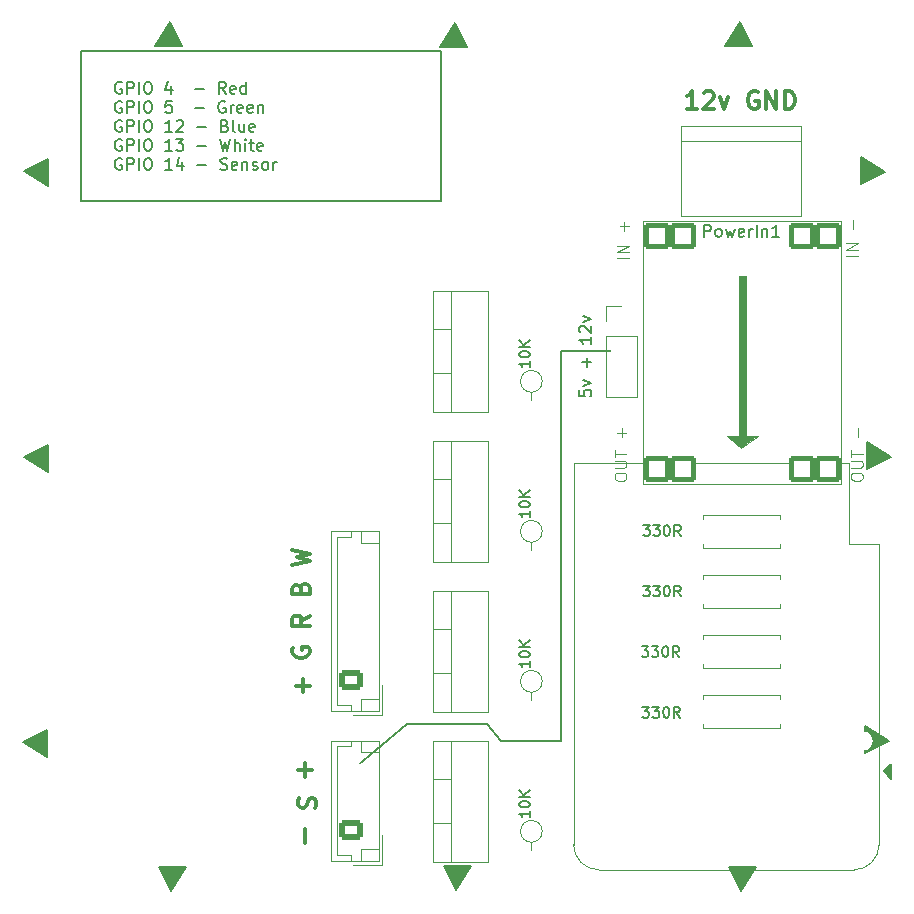
<source format=gto>
G04 #@! TF.GenerationSoftware,KiCad,Pcbnew,8.0.4*
G04 #@! TF.CreationDate,2024-09-06T18:50:31+02:00*
G04 #@! TF.ProjectId,rgb_controller,7267625f-636f-46e7-9472-6f6c6c65722e,rev?*
G04 #@! TF.SameCoordinates,Original*
G04 #@! TF.FileFunction,Legend,Top*
G04 #@! TF.FilePolarity,Positive*
%FSLAX46Y46*%
G04 Gerber Fmt 4.6, Leading zero omitted, Abs format (unit mm)*
G04 Created by KiCad (PCBNEW 8.0.4) date 2024-09-06 18:50:31*
%MOMM*%
%LPD*%
G01*
G04 APERTURE LIST*
G04 Aperture macros list*
%AMRoundRect*
0 Rectangle with rounded corners*
0 $1 Rounding radius*
0 $2 $3 $4 $5 $6 $7 $8 $9 X,Y pos of 4 corners*
0 Add a 4 corners polygon primitive as box body*
4,1,4,$2,$3,$4,$5,$6,$7,$8,$9,$2,$3,0*
0 Add four circle primitives for the rounded corners*
1,1,$1+$1,$2,$3*
1,1,$1+$1,$4,$5*
1,1,$1+$1,$6,$7*
1,1,$1+$1,$8,$9*
0 Add four rect primitives between the rounded corners*
20,1,$1+$1,$2,$3,$4,$5,0*
20,1,$1+$1,$4,$5,$6,$7,0*
20,1,$1+$1,$6,$7,$8,$9,0*
20,1,$1+$1,$8,$9,$2,$3,0*%
G04 Aperture macros list end*
%ADD10C,0.150000*%
%ADD11C,0.300000*%
%ADD12C,0.200000*%
%ADD13C,0.100000*%
%ADD14C,0.120000*%
%ADD15RoundRect,0.250000X0.725000X-0.600000X0.725000X0.600000X-0.725000X0.600000X-0.725000X-0.600000X0*%
%ADD16O,1.950000X1.700000*%
%ADD17R,2.000000X1.905000*%
%ADD18O,2.000000X1.905000*%
%ADD19C,1.400000*%
%ADD20O,1.400000X1.400000*%
%ADD21C,1.600000*%
%ADD22O,1.600000X1.600000*%
%ADD23R,2.000000X2.000000*%
%ADD24O,2.000000X1.600000*%
%ADD25R,3.000000X3.000000*%
%ADD26C,3.000000*%
%ADD27RoundRect,0.200000X0.900000X-0.900000X0.900000X0.900000X-0.900000X0.900000X-0.900000X-0.900000X0*%
%ADD28R,1.700000X1.700000*%
%ADD29O,1.700000X1.700000*%
G04 APERTURE END LIST*
D10*
X108456861Y-83444058D02*
X109014004Y-83444058D01*
X109014004Y-83444058D02*
X108714004Y-83786915D01*
X108714004Y-83786915D02*
X108842575Y-83786915D01*
X108842575Y-83786915D02*
X108928290Y-83829772D01*
X108928290Y-83829772D02*
X108971147Y-83872629D01*
X108971147Y-83872629D02*
X109014004Y-83958343D01*
X109014004Y-83958343D02*
X109014004Y-84172629D01*
X109014004Y-84172629D02*
X108971147Y-84258343D01*
X108971147Y-84258343D02*
X108928290Y-84301201D01*
X108928290Y-84301201D02*
X108842575Y-84344058D01*
X108842575Y-84344058D02*
X108585432Y-84344058D01*
X108585432Y-84344058D02*
X108499718Y-84301201D01*
X108499718Y-84301201D02*
X108456861Y-84258343D01*
X109314004Y-83444058D02*
X109871147Y-83444058D01*
X109871147Y-83444058D02*
X109571147Y-83786915D01*
X109571147Y-83786915D02*
X109699718Y-83786915D01*
X109699718Y-83786915D02*
X109785433Y-83829772D01*
X109785433Y-83829772D02*
X109828290Y-83872629D01*
X109828290Y-83872629D02*
X109871147Y-83958343D01*
X109871147Y-83958343D02*
X109871147Y-84172629D01*
X109871147Y-84172629D02*
X109828290Y-84258343D01*
X109828290Y-84258343D02*
X109785433Y-84301201D01*
X109785433Y-84301201D02*
X109699718Y-84344058D01*
X109699718Y-84344058D02*
X109442575Y-84344058D01*
X109442575Y-84344058D02*
X109356861Y-84301201D01*
X109356861Y-84301201D02*
X109314004Y-84258343D01*
X110428290Y-83444058D02*
X110514004Y-83444058D01*
X110514004Y-83444058D02*
X110599718Y-83486915D01*
X110599718Y-83486915D02*
X110642576Y-83529772D01*
X110642576Y-83529772D02*
X110685433Y-83615486D01*
X110685433Y-83615486D02*
X110728290Y-83786915D01*
X110728290Y-83786915D02*
X110728290Y-84001201D01*
X110728290Y-84001201D02*
X110685433Y-84172629D01*
X110685433Y-84172629D02*
X110642576Y-84258343D01*
X110642576Y-84258343D02*
X110599718Y-84301201D01*
X110599718Y-84301201D02*
X110514004Y-84344058D01*
X110514004Y-84344058D02*
X110428290Y-84344058D01*
X110428290Y-84344058D02*
X110342576Y-84301201D01*
X110342576Y-84301201D02*
X110299718Y-84258343D01*
X110299718Y-84258343D02*
X110256861Y-84172629D01*
X110256861Y-84172629D02*
X110214004Y-84001201D01*
X110214004Y-84001201D02*
X110214004Y-83786915D01*
X110214004Y-83786915D02*
X110256861Y-83615486D01*
X110256861Y-83615486D02*
X110299718Y-83529772D01*
X110299718Y-83529772D02*
X110342576Y-83486915D01*
X110342576Y-83486915D02*
X110428290Y-83444058D01*
X111628290Y-84344058D02*
X111328290Y-83915486D01*
X111114004Y-84344058D02*
X111114004Y-83444058D01*
X111114004Y-83444058D02*
X111456861Y-83444058D01*
X111456861Y-83444058D02*
X111542576Y-83486915D01*
X111542576Y-83486915D02*
X111585433Y-83529772D01*
X111585433Y-83529772D02*
X111628290Y-83615486D01*
X111628290Y-83615486D02*
X111628290Y-83744058D01*
X111628290Y-83744058D02*
X111585433Y-83829772D01*
X111585433Y-83829772D02*
X111542576Y-83872629D01*
X111542576Y-83872629D02*
X111456861Y-83915486D01*
X111456861Y-83915486D02*
X111114004Y-83915486D01*
X108391923Y-78313892D02*
X108949066Y-78313892D01*
X108949066Y-78313892D02*
X108649066Y-78656749D01*
X108649066Y-78656749D02*
X108777637Y-78656749D01*
X108777637Y-78656749D02*
X108863352Y-78699606D01*
X108863352Y-78699606D02*
X108906209Y-78742463D01*
X108906209Y-78742463D02*
X108949066Y-78828177D01*
X108949066Y-78828177D02*
X108949066Y-79042463D01*
X108949066Y-79042463D02*
X108906209Y-79128177D01*
X108906209Y-79128177D02*
X108863352Y-79171035D01*
X108863352Y-79171035D02*
X108777637Y-79213892D01*
X108777637Y-79213892D02*
X108520494Y-79213892D01*
X108520494Y-79213892D02*
X108434780Y-79171035D01*
X108434780Y-79171035D02*
X108391923Y-79128177D01*
X109249066Y-78313892D02*
X109806209Y-78313892D01*
X109806209Y-78313892D02*
X109506209Y-78656749D01*
X109506209Y-78656749D02*
X109634780Y-78656749D01*
X109634780Y-78656749D02*
X109720495Y-78699606D01*
X109720495Y-78699606D02*
X109763352Y-78742463D01*
X109763352Y-78742463D02*
X109806209Y-78828177D01*
X109806209Y-78828177D02*
X109806209Y-79042463D01*
X109806209Y-79042463D02*
X109763352Y-79128177D01*
X109763352Y-79128177D02*
X109720495Y-79171035D01*
X109720495Y-79171035D02*
X109634780Y-79213892D01*
X109634780Y-79213892D02*
X109377637Y-79213892D01*
X109377637Y-79213892D02*
X109291923Y-79171035D01*
X109291923Y-79171035D02*
X109249066Y-79128177D01*
X110363352Y-78313892D02*
X110449066Y-78313892D01*
X110449066Y-78313892D02*
X110534780Y-78356749D01*
X110534780Y-78356749D02*
X110577638Y-78399606D01*
X110577638Y-78399606D02*
X110620495Y-78485320D01*
X110620495Y-78485320D02*
X110663352Y-78656749D01*
X110663352Y-78656749D02*
X110663352Y-78871035D01*
X110663352Y-78871035D02*
X110620495Y-79042463D01*
X110620495Y-79042463D02*
X110577638Y-79128177D01*
X110577638Y-79128177D02*
X110534780Y-79171035D01*
X110534780Y-79171035D02*
X110449066Y-79213892D01*
X110449066Y-79213892D02*
X110363352Y-79213892D01*
X110363352Y-79213892D02*
X110277638Y-79171035D01*
X110277638Y-79171035D02*
X110234780Y-79128177D01*
X110234780Y-79128177D02*
X110191923Y-79042463D01*
X110191923Y-79042463D02*
X110149066Y-78871035D01*
X110149066Y-78871035D02*
X110149066Y-78656749D01*
X110149066Y-78656749D02*
X110191923Y-78485320D01*
X110191923Y-78485320D02*
X110234780Y-78399606D01*
X110234780Y-78399606D02*
X110277638Y-78356749D01*
X110277638Y-78356749D02*
X110363352Y-78313892D01*
X111563352Y-79213892D02*
X111263352Y-78785320D01*
X111049066Y-79213892D02*
X111049066Y-78313892D01*
X111049066Y-78313892D02*
X111391923Y-78313892D01*
X111391923Y-78313892D02*
X111477638Y-78356749D01*
X111477638Y-78356749D02*
X111520495Y-78399606D01*
X111520495Y-78399606D02*
X111563352Y-78485320D01*
X111563352Y-78485320D02*
X111563352Y-78613892D01*
X111563352Y-78613892D02*
X111520495Y-78699606D01*
X111520495Y-78699606D02*
X111477638Y-78742463D01*
X111477638Y-78742463D02*
X111391923Y-78785320D01*
X111391923Y-78785320D02*
X111049066Y-78785320D01*
X108521800Y-73183726D02*
X109078943Y-73183726D01*
X109078943Y-73183726D02*
X108778943Y-73526583D01*
X108778943Y-73526583D02*
X108907514Y-73526583D01*
X108907514Y-73526583D02*
X108993229Y-73569440D01*
X108993229Y-73569440D02*
X109036086Y-73612297D01*
X109036086Y-73612297D02*
X109078943Y-73698011D01*
X109078943Y-73698011D02*
X109078943Y-73912297D01*
X109078943Y-73912297D02*
X109036086Y-73998011D01*
X109036086Y-73998011D02*
X108993229Y-74040869D01*
X108993229Y-74040869D02*
X108907514Y-74083726D01*
X108907514Y-74083726D02*
X108650371Y-74083726D01*
X108650371Y-74083726D02*
X108564657Y-74040869D01*
X108564657Y-74040869D02*
X108521800Y-73998011D01*
X109378943Y-73183726D02*
X109936086Y-73183726D01*
X109936086Y-73183726D02*
X109636086Y-73526583D01*
X109636086Y-73526583D02*
X109764657Y-73526583D01*
X109764657Y-73526583D02*
X109850372Y-73569440D01*
X109850372Y-73569440D02*
X109893229Y-73612297D01*
X109893229Y-73612297D02*
X109936086Y-73698011D01*
X109936086Y-73698011D02*
X109936086Y-73912297D01*
X109936086Y-73912297D02*
X109893229Y-73998011D01*
X109893229Y-73998011D02*
X109850372Y-74040869D01*
X109850372Y-74040869D02*
X109764657Y-74083726D01*
X109764657Y-74083726D02*
X109507514Y-74083726D01*
X109507514Y-74083726D02*
X109421800Y-74040869D01*
X109421800Y-74040869D02*
X109378943Y-73998011D01*
X110493229Y-73183726D02*
X110578943Y-73183726D01*
X110578943Y-73183726D02*
X110664657Y-73226583D01*
X110664657Y-73226583D02*
X110707515Y-73269440D01*
X110707515Y-73269440D02*
X110750372Y-73355154D01*
X110750372Y-73355154D02*
X110793229Y-73526583D01*
X110793229Y-73526583D02*
X110793229Y-73740869D01*
X110793229Y-73740869D02*
X110750372Y-73912297D01*
X110750372Y-73912297D02*
X110707515Y-73998011D01*
X110707515Y-73998011D02*
X110664657Y-74040869D01*
X110664657Y-74040869D02*
X110578943Y-74083726D01*
X110578943Y-74083726D02*
X110493229Y-74083726D01*
X110493229Y-74083726D02*
X110407515Y-74040869D01*
X110407515Y-74040869D02*
X110364657Y-73998011D01*
X110364657Y-73998011D02*
X110321800Y-73912297D01*
X110321800Y-73912297D02*
X110278943Y-73740869D01*
X110278943Y-73740869D02*
X110278943Y-73526583D01*
X110278943Y-73526583D02*
X110321800Y-73355154D01*
X110321800Y-73355154D02*
X110364657Y-73269440D01*
X110364657Y-73269440D02*
X110407515Y-73226583D01*
X110407515Y-73226583D02*
X110493229Y-73183726D01*
X111693229Y-74083726D02*
X111393229Y-73655154D01*
X111178943Y-74083726D02*
X111178943Y-73183726D01*
X111178943Y-73183726D02*
X111521800Y-73183726D01*
X111521800Y-73183726D02*
X111607515Y-73226583D01*
X111607515Y-73226583D02*
X111650372Y-73269440D01*
X111650372Y-73269440D02*
X111693229Y-73355154D01*
X111693229Y-73355154D02*
X111693229Y-73483726D01*
X111693229Y-73483726D02*
X111650372Y-73569440D01*
X111650372Y-73569440D02*
X111607515Y-73612297D01*
X111607515Y-73612297D02*
X111521800Y-73655154D01*
X111521800Y-73655154D02*
X111178943Y-73655154D01*
X108521800Y-68053560D02*
X109078943Y-68053560D01*
X109078943Y-68053560D02*
X108778943Y-68396417D01*
X108778943Y-68396417D02*
X108907514Y-68396417D01*
X108907514Y-68396417D02*
X108993229Y-68439274D01*
X108993229Y-68439274D02*
X109036086Y-68482131D01*
X109036086Y-68482131D02*
X109078943Y-68567845D01*
X109078943Y-68567845D02*
X109078943Y-68782131D01*
X109078943Y-68782131D02*
X109036086Y-68867845D01*
X109036086Y-68867845D02*
X108993229Y-68910703D01*
X108993229Y-68910703D02*
X108907514Y-68953560D01*
X108907514Y-68953560D02*
X108650371Y-68953560D01*
X108650371Y-68953560D02*
X108564657Y-68910703D01*
X108564657Y-68910703D02*
X108521800Y-68867845D01*
X109378943Y-68053560D02*
X109936086Y-68053560D01*
X109936086Y-68053560D02*
X109636086Y-68396417D01*
X109636086Y-68396417D02*
X109764657Y-68396417D01*
X109764657Y-68396417D02*
X109850372Y-68439274D01*
X109850372Y-68439274D02*
X109893229Y-68482131D01*
X109893229Y-68482131D02*
X109936086Y-68567845D01*
X109936086Y-68567845D02*
X109936086Y-68782131D01*
X109936086Y-68782131D02*
X109893229Y-68867845D01*
X109893229Y-68867845D02*
X109850372Y-68910703D01*
X109850372Y-68910703D02*
X109764657Y-68953560D01*
X109764657Y-68953560D02*
X109507514Y-68953560D01*
X109507514Y-68953560D02*
X109421800Y-68910703D01*
X109421800Y-68910703D02*
X109378943Y-68867845D01*
X110493229Y-68053560D02*
X110578943Y-68053560D01*
X110578943Y-68053560D02*
X110664657Y-68096417D01*
X110664657Y-68096417D02*
X110707515Y-68139274D01*
X110707515Y-68139274D02*
X110750372Y-68224988D01*
X110750372Y-68224988D02*
X110793229Y-68396417D01*
X110793229Y-68396417D02*
X110793229Y-68610703D01*
X110793229Y-68610703D02*
X110750372Y-68782131D01*
X110750372Y-68782131D02*
X110707515Y-68867845D01*
X110707515Y-68867845D02*
X110664657Y-68910703D01*
X110664657Y-68910703D02*
X110578943Y-68953560D01*
X110578943Y-68953560D02*
X110493229Y-68953560D01*
X110493229Y-68953560D02*
X110407515Y-68910703D01*
X110407515Y-68910703D02*
X110364657Y-68867845D01*
X110364657Y-68867845D02*
X110321800Y-68782131D01*
X110321800Y-68782131D02*
X110278943Y-68610703D01*
X110278943Y-68610703D02*
X110278943Y-68396417D01*
X110278943Y-68396417D02*
X110321800Y-68224988D01*
X110321800Y-68224988D02*
X110364657Y-68139274D01*
X110364657Y-68139274D02*
X110407515Y-68096417D01*
X110407515Y-68096417D02*
X110493229Y-68053560D01*
X111693229Y-68953560D02*
X111393229Y-68524988D01*
X111178943Y-68953560D02*
X111178943Y-68053560D01*
X111178943Y-68053560D02*
X111521800Y-68053560D01*
X111521800Y-68053560D02*
X111607515Y-68096417D01*
X111607515Y-68096417D02*
X111650372Y-68139274D01*
X111650372Y-68139274D02*
X111693229Y-68224988D01*
X111693229Y-68224988D02*
X111693229Y-68353560D01*
X111693229Y-68353560D02*
X111650372Y-68439274D01*
X111650372Y-68439274D02*
X111607515Y-68482131D01*
X111607515Y-68482131D02*
X111521800Y-68524988D01*
X111521800Y-68524988D02*
X111178943Y-68524988D01*
X98942057Y-54175601D02*
X98942057Y-54689887D01*
X98942057Y-54432744D02*
X98042057Y-54432744D01*
X98042057Y-54432744D02*
X98170628Y-54518458D01*
X98170628Y-54518458D02*
X98256342Y-54604173D01*
X98256342Y-54604173D02*
X98299200Y-54689887D01*
X98042057Y-53618458D02*
X98042057Y-53532744D01*
X98042057Y-53532744D02*
X98084914Y-53447030D01*
X98084914Y-53447030D02*
X98127771Y-53404173D01*
X98127771Y-53404173D02*
X98213485Y-53361315D01*
X98213485Y-53361315D02*
X98384914Y-53318458D01*
X98384914Y-53318458D02*
X98599200Y-53318458D01*
X98599200Y-53318458D02*
X98770628Y-53361315D01*
X98770628Y-53361315D02*
X98856342Y-53404173D01*
X98856342Y-53404173D02*
X98899200Y-53447030D01*
X98899200Y-53447030D02*
X98942057Y-53532744D01*
X98942057Y-53532744D02*
X98942057Y-53618458D01*
X98942057Y-53618458D02*
X98899200Y-53704173D01*
X98899200Y-53704173D02*
X98856342Y-53747030D01*
X98856342Y-53747030D02*
X98770628Y-53789887D01*
X98770628Y-53789887D02*
X98599200Y-53832744D01*
X98599200Y-53832744D02*
X98384914Y-53832744D01*
X98384914Y-53832744D02*
X98213485Y-53789887D01*
X98213485Y-53789887D02*
X98127771Y-53747030D01*
X98127771Y-53747030D02*
X98084914Y-53704173D01*
X98084914Y-53704173D02*
X98042057Y-53618458D01*
X98942057Y-52932744D02*
X98042057Y-52932744D01*
X98942057Y-52418458D02*
X98427771Y-52804172D01*
X98042057Y-52418458D02*
X98556342Y-52932744D01*
X98942057Y-66875601D02*
X98942057Y-67389887D01*
X98942057Y-67132744D02*
X98042057Y-67132744D01*
X98042057Y-67132744D02*
X98170628Y-67218458D01*
X98170628Y-67218458D02*
X98256342Y-67304173D01*
X98256342Y-67304173D02*
X98299200Y-67389887D01*
X98042057Y-66318458D02*
X98042057Y-66232744D01*
X98042057Y-66232744D02*
X98084914Y-66147030D01*
X98084914Y-66147030D02*
X98127771Y-66104173D01*
X98127771Y-66104173D02*
X98213485Y-66061315D01*
X98213485Y-66061315D02*
X98384914Y-66018458D01*
X98384914Y-66018458D02*
X98599200Y-66018458D01*
X98599200Y-66018458D02*
X98770628Y-66061315D01*
X98770628Y-66061315D02*
X98856342Y-66104173D01*
X98856342Y-66104173D02*
X98899200Y-66147030D01*
X98899200Y-66147030D02*
X98942057Y-66232744D01*
X98942057Y-66232744D02*
X98942057Y-66318458D01*
X98942057Y-66318458D02*
X98899200Y-66404173D01*
X98899200Y-66404173D02*
X98856342Y-66447030D01*
X98856342Y-66447030D02*
X98770628Y-66489887D01*
X98770628Y-66489887D02*
X98599200Y-66532744D01*
X98599200Y-66532744D02*
X98384914Y-66532744D01*
X98384914Y-66532744D02*
X98213485Y-66489887D01*
X98213485Y-66489887D02*
X98127771Y-66447030D01*
X98127771Y-66447030D02*
X98084914Y-66404173D01*
X98084914Y-66404173D02*
X98042057Y-66318458D01*
X98942057Y-65632744D02*
X98042057Y-65632744D01*
X98942057Y-65118458D02*
X98427771Y-65504172D01*
X98042057Y-65118458D02*
X98556342Y-65632744D01*
X98942057Y-79575601D02*
X98942057Y-80089887D01*
X98942057Y-79832744D02*
X98042057Y-79832744D01*
X98042057Y-79832744D02*
X98170628Y-79918458D01*
X98170628Y-79918458D02*
X98256342Y-80004173D01*
X98256342Y-80004173D02*
X98299200Y-80089887D01*
X98042057Y-79018458D02*
X98042057Y-78932744D01*
X98042057Y-78932744D02*
X98084914Y-78847030D01*
X98084914Y-78847030D02*
X98127771Y-78804173D01*
X98127771Y-78804173D02*
X98213485Y-78761315D01*
X98213485Y-78761315D02*
X98384914Y-78718458D01*
X98384914Y-78718458D02*
X98599200Y-78718458D01*
X98599200Y-78718458D02*
X98770628Y-78761315D01*
X98770628Y-78761315D02*
X98856342Y-78804173D01*
X98856342Y-78804173D02*
X98899200Y-78847030D01*
X98899200Y-78847030D02*
X98942057Y-78932744D01*
X98942057Y-78932744D02*
X98942057Y-79018458D01*
X98942057Y-79018458D02*
X98899200Y-79104173D01*
X98899200Y-79104173D02*
X98856342Y-79147030D01*
X98856342Y-79147030D02*
X98770628Y-79189887D01*
X98770628Y-79189887D02*
X98599200Y-79232744D01*
X98599200Y-79232744D02*
X98384914Y-79232744D01*
X98384914Y-79232744D02*
X98213485Y-79189887D01*
X98213485Y-79189887D02*
X98127771Y-79147030D01*
X98127771Y-79147030D02*
X98084914Y-79104173D01*
X98084914Y-79104173D02*
X98042057Y-79018458D01*
X98942057Y-78332744D02*
X98042057Y-78332744D01*
X98942057Y-77818458D02*
X98427771Y-78204172D01*
X98042057Y-77818458D02*
X98556342Y-78332744D01*
X98942057Y-92275601D02*
X98942057Y-92789887D01*
X98942057Y-92532744D02*
X98042057Y-92532744D01*
X98042057Y-92532744D02*
X98170628Y-92618458D01*
X98170628Y-92618458D02*
X98256342Y-92704173D01*
X98256342Y-92704173D02*
X98299200Y-92789887D01*
X98042057Y-91718458D02*
X98042057Y-91632744D01*
X98042057Y-91632744D02*
X98084914Y-91547030D01*
X98084914Y-91547030D02*
X98127771Y-91504173D01*
X98127771Y-91504173D02*
X98213485Y-91461315D01*
X98213485Y-91461315D02*
X98384914Y-91418458D01*
X98384914Y-91418458D02*
X98599200Y-91418458D01*
X98599200Y-91418458D02*
X98770628Y-91461315D01*
X98770628Y-91461315D02*
X98856342Y-91504173D01*
X98856342Y-91504173D02*
X98899200Y-91547030D01*
X98899200Y-91547030D02*
X98942057Y-91632744D01*
X98942057Y-91632744D02*
X98942057Y-91718458D01*
X98942057Y-91718458D02*
X98899200Y-91804173D01*
X98899200Y-91804173D02*
X98856342Y-91847030D01*
X98856342Y-91847030D02*
X98770628Y-91889887D01*
X98770628Y-91889887D02*
X98599200Y-91932744D01*
X98599200Y-91932744D02*
X98384914Y-91932744D01*
X98384914Y-91932744D02*
X98213485Y-91889887D01*
X98213485Y-91889887D02*
X98127771Y-91847030D01*
X98127771Y-91847030D02*
X98084914Y-91804173D01*
X98084914Y-91804173D02*
X98042057Y-91718458D01*
X98942057Y-91032744D02*
X98042057Y-91032744D01*
X98942057Y-90518458D02*
X98427771Y-90904172D01*
X98042057Y-90518458D02*
X98556342Y-91032744D01*
X129515067Y-62250303D02*
X127474148Y-63271320D01*
X127460660Y-60977872D01*
X129515067Y-62250303D01*
G36*
X129515067Y-62250303D02*
G01*
X127474148Y-63271320D01*
X127460660Y-60977872D01*
X129515067Y-62250303D01*
G37*
X58161811Y-63558518D02*
X56107404Y-62286087D01*
X58148323Y-61265070D01*
X58161811Y-63558518D01*
G36*
X58161811Y-63558518D02*
G01*
X56107404Y-62286087D01*
X58148323Y-61265070D01*
X58161811Y-63558518D01*
G37*
X101600000Y-86360000D02*
X96520000Y-86360000D01*
X58121457Y-39326340D02*
X56067050Y-38053909D01*
X58107969Y-37032892D01*
X58121457Y-39326340D01*
G36*
X58121457Y-39326340D02*
G01*
X56067050Y-38053909D01*
X58107969Y-37032892D01*
X58121457Y-39326340D01*
G37*
X60960000Y-27940000D02*
X91440000Y-27940000D01*
X91440000Y-40640000D01*
X60960000Y-40640000D01*
X60960000Y-27940000D01*
X58045303Y-87704624D02*
X55990896Y-86432193D01*
X58031815Y-85411176D01*
X58045303Y-87704624D01*
G36*
X58045303Y-87704624D02*
G01*
X55990896Y-86432193D01*
X58031815Y-85411176D01*
X58045303Y-87704624D01*
G37*
X101600000Y-53340000D02*
X101600000Y-86360000D01*
X96520000Y-86360000D02*
X95306650Y-84924694D01*
X93607763Y-27581063D02*
X91314315Y-27594551D01*
X92586746Y-25540144D01*
X93607763Y-27581063D01*
G36*
X93607763Y-27581063D02*
G01*
X91314315Y-27594551D01*
X92586746Y-25540144D01*
X93607763Y-27581063D01*
G37*
X117735332Y-27506125D02*
X115441884Y-27519613D01*
X116714315Y-25465206D01*
X117735332Y-27506125D01*
G36*
X117735332Y-27506125D02*
G01*
X115441884Y-27519613D01*
X116714315Y-25465206D01*
X117735332Y-27506125D01*
G37*
X88515502Y-84924694D02*
X83820000Y-88900000D01*
X95306650Y-84924694D02*
X88515502Y-84924694D01*
X69475332Y-27506125D02*
X67181884Y-27519613D01*
X68454315Y-25465206D01*
X69475332Y-27506125D01*
G36*
X69475332Y-27506125D02*
G01*
X67181884Y-27519613D01*
X68454315Y-25465206D01*
X69475332Y-27506125D01*
G37*
X129371496Y-86357133D02*
X127330577Y-87378150D01*
X127317089Y-85084702D01*
X129371496Y-86357133D01*
G36*
X129371496Y-86357133D02*
G01*
X127330577Y-87378150D01*
X127317089Y-85084702D01*
X129371496Y-86357133D01*
G37*
X92707569Y-98985062D02*
X91686552Y-96944143D01*
X93980000Y-96930655D01*
X92707569Y-98985062D01*
G36*
X92707569Y-98985062D02*
G01*
X91686552Y-96944143D01*
X93980000Y-96930655D01*
X92707569Y-98985062D01*
G37*
X68580000Y-99060000D02*
X67558983Y-97019081D01*
X69852431Y-97005593D01*
X68580000Y-99060000D01*
G36*
X68580000Y-99060000D02*
G01*
X67558983Y-97019081D01*
X69852431Y-97005593D01*
X68580000Y-99060000D01*
G37*
X116840000Y-99060000D02*
X115818983Y-97019081D01*
X118112431Y-97005593D01*
X116840000Y-99060000D01*
G36*
X116840000Y-99060000D02*
G01*
X115818983Y-97019081D01*
X118112431Y-97005593D01*
X116840000Y-99060000D01*
G37*
X106680000Y-53340000D02*
X101600000Y-53340000D01*
X129040919Y-38117872D02*
X127000000Y-39138889D01*
X126986512Y-36845441D01*
X129040919Y-38117872D01*
G36*
X129040919Y-38117872D02*
G01*
X127000000Y-39138889D01*
X126986512Y-36845441D01*
X129040919Y-38117872D01*
G37*
D11*
X113100225Y-32820828D02*
X112243082Y-32820828D01*
X112671653Y-32820828D02*
X112671653Y-31320828D01*
X112671653Y-31320828D02*
X112528796Y-31535114D01*
X112528796Y-31535114D02*
X112385939Y-31677971D01*
X112385939Y-31677971D02*
X112243082Y-31749400D01*
X113671653Y-31463685D02*
X113743081Y-31392257D01*
X113743081Y-31392257D02*
X113885939Y-31320828D01*
X113885939Y-31320828D02*
X114243081Y-31320828D01*
X114243081Y-31320828D02*
X114385939Y-31392257D01*
X114385939Y-31392257D02*
X114457367Y-31463685D01*
X114457367Y-31463685D02*
X114528796Y-31606542D01*
X114528796Y-31606542D02*
X114528796Y-31749400D01*
X114528796Y-31749400D02*
X114457367Y-31963685D01*
X114457367Y-31963685D02*
X113600224Y-32820828D01*
X113600224Y-32820828D02*
X114528796Y-32820828D01*
X115028795Y-31820828D02*
X115385938Y-32820828D01*
X115385938Y-32820828D02*
X115743081Y-31820828D01*
X118243081Y-31392257D02*
X118100224Y-31320828D01*
X118100224Y-31320828D02*
X117885938Y-31320828D01*
X117885938Y-31320828D02*
X117671652Y-31392257D01*
X117671652Y-31392257D02*
X117528795Y-31535114D01*
X117528795Y-31535114D02*
X117457366Y-31677971D01*
X117457366Y-31677971D02*
X117385938Y-31963685D01*
X117385938Y-31963685D02*
X117385938Y-32177971D01*
X117385938Y-32177971D02*
X117457366Y-32463685D01*
X117457366Y-32463685D02*
X117528795Y-32606542D01*
X117528795Y-32606542D02*
X117671652Y-32749400D01*
X117671652Y-32749400D02*
X117885938Y-32820828D01*
X117885938Y-32820828D02*
X118028795Y-32820828D01*
X118028795Y-32820828D02*
X118243081Y-32749400D01*
X118243081Y-32749400D02*
X118314509Y-32677971D01*
X118314509Y-32677971D02*
X118314509Y-32177971D01*
X118314509Y-32177971D02*
X118028795Y-32177971D01*
X118957366Y-32820828D02*
X118957366Y-31320828D01*
X118957366Y-31320828D02*
X119814509Y-32820828D01*
X119814509Y-32820828D02*
X119814509Y-31320828D01*
X120528795Y-32820828D02*
X120528795Y-31320828D01*
X120528795Y-31320828D02*
X120885938Y-31320828D01*
X120885938Y-31320828D02*
X121100224Y-31392257D01*
X121100224Y-31392257D02*
X121243081Y-31535114D01*
X121243081Y-31535114D02*
X121314510Y-31677971D01*
X121314510Y-31677971D02*
X121385938Y-31963685D01*
X121385938Y-31963685D02*
X121385938Y-32177971D01*
X121385938Y-32177971D02*
X121314510Y-32463685D01*
X121314510Y-32463685D02*
X121243081Y-32606542D01*
X121243081Y-32606542D02*
X121100224Y-32749400D01*
X121100224Y-32749400D02*
X120885938Y-32820828D01*
X120885938Y-32820828D02*
X120528795Y-32820828D01*
D12*
X103118307Y-56638176D02*
X103118307Y-57114366D01*
X103118307Y-57114366D02*
X103594497Y-57161985D01*
X103594497Y-57161985D02*
X103546878Y-57114366D01*
X103546878Y-57114366D02*
X103499259Y-57019128D01*
X103499259Y-57019128D02*
X103499259Y-56781033D01*
X103499259Y-56781033D02*
X103546878Y-56685795D01*
X103546878Y-56685795D02*
X103594497Y-56638176D01*
X103594497Y-56638176D02*
X103689735Y-56590557D01*
X103689735Y-56590557D02*
X103927830Y-56590557D01*
X103927830Y-56590557D02*
X104023068Y-56638176D01*
X104023068Y-56638176D02*
X104070688Y-56685795D01*
X104070688Y-56685795D02*
X104118307Y-56781033D01*
X104118307Y-56781033D02*
X104118307Y-57019128D01*
X104118307Y-57019128D02*
X104070688Y-57114366D01*
X104070688Y-57114366D02*
X104023068Y-57161985D01*
X103451640Y-56257223D02*
X104118307Y-56019128D01*
X104118307Y-56019128D02*
X103451640Y-55781033D01*
X103737354Y-54638175D02*
X103737354Y-53876271D01*
X104118307Y-54257223D02*
X103356402Y-54257223D01*
X104118307Y-52114366D02*
X104118307Y-52685794D01*
X104118307Y-52400080D02*
X103118307Y-52400080D01*
X103118307Y-52400080D02*
X103261164Y-52495318D01*
X103261164Y-52495318D02*
X103356402Y-52590556D01*
X103356402Y-52590556D02*
X103404021Y-52685794D01*
X103213545Y-51733413D02*
X103165926Y-51685794D01*
X103165926Y-51685794D02*
X103118307Y-51590556D01*
X103118307Y-51590556D02*
X103118307Y-51352461D01*
X103118307Y-51352461D02*
X103165926Y-51257223D01*
X103165926Y-51257223D02*
X103213545Y-51209604D01*
X103213545Y-51209604D02*
X103308783Y-51161985D01*
X103308783Y-51161985D02*
X103404021Y-51161985D01*
X103404021Y-51161985D02*
X103546878Y-51209604D01*
X103546878Y-51209604D02*
X104118307Y-51781032D01*
X104118307Y-51781032D02*
X104118307Y-51161985D01*
X103451640Y-50828651D02*
X104118307Y-50590556D01*
X104118307Y-50590556D02*
X103451640Y-50352461D01*
D11*
X79730785Y-82207263D02*
X79730785Y-81064406D01*
X80302213Y-81635834D02*
X79159356Y-81635834D01*
X78873642Y-78421548D02*
X78802213Y-78564406D01*
X78802213Y-78564406D02*
X78802213Y-78778691D01*
X78802213Y-78778691D02*
X78873642Y-78992977D01*
X78873642Y-78992977D02*
X79016499Y-79135834D01*
X79016499Y-79135834D02*
X79159356Y-79207263D01*
X79159356Y-79207263D02*
X79445070Y-79278691D01*
X79445070Y-79278691D02*
X79659356Y-79278691D01*
X79659356Y-79278691D02*
X79945070Y-79207263D01*
X79945070Y-79207263D02*
X80087927Y-79135834D01*
X80087927Y-79135834D02*
X80230785Y-78992977D01*
X80230785Y-78992977D02*
X80302213Y-78778691D01*
X80302213Y-78778691D02*
X80302213Y-78635834D01*
X80302213Y-78635834D02*
X80230785Y-78421548D01*
X80230785Y-78421548D02*
X80159356Y-78350120D01*
X80159356Y-78350120D02*
X79659356Y-78350120D01*
X79659356Y-78350120D02*
X79659356Y-78635834D01*
X80302213Y-75707263D02*
X79587927Y-76207263D01*
X80302213Y-76564406D02*
X78802213Y-76564406D01*
X78802213Y-76564406D02*
X78802213Y-75992977D01*
X78802213Y-75992977D02*
X78873642Y-75850120D01*
X78873642Y-75850120D02*
X78945070Y-75778691D01*
X78945070Y-75778691D02*
X79087927Y-75707263D01*
X79087927Y-75707263D02*
X79302213Y-75707263D01*
X79302213Y-75707263D02*
X79445070Y-75778691D01*
X79445070Y-75778691D02*
X79516499Y-75850120D01*
X79516499Y-75850120D02*
X79587927Y-75992977D01*
X79587927Y-75992977D02*
X79587927Y-76564406D01*
X79516499Y-73421549D02*
X79587927Y-73207263D01*
X79587927Y-73207263D02*
X79659356Y-73135834D01*
X79659356Y-73135834D02*
X79802213Y-73064406D01*
X79802213Y-73064406D02*
X80016499Y-73064406D01*
X80016499Y-73064406D02*
X80159356Y-73135834D01*
X80159356Y-73135834D02*
X80230785Y-73207263D01*
X80230785Y-73207263D02*
X80302213Y-73350120D01*
X80302213Y-73350120D02*
X80302213Y-73921549D01*
X80302213Y-73921549D02*
X78802213Y-73921549D01*
X78802213Y-73921549D02*
X78802213Y-73421549D01*
X78802213Y-73421549D02*
X78873642Y-73278692D01*
X78873642Y-73278692D02*
X78945070Y-73207263D01*
X78945070Y-73207263D02*
X79087927Y-73135834D01*
X79087927Y-73135834D02*
X79230785Y-73135834D01*
X79230785Y-73135834D02*
X79373642Y-73207263D01*
X79373642Y-73207263D02*
X79445070Y-73278692D01*
X79445070Y-73278692D02*
X79516499Y-73421549D01*
X79516499Y-73421549D02*
X79516499Y-73921549D01*
X78802213Y-71421549D02*
X80302213Y-71064406D01*
X80302213Y-71064406D02*
X79230785Y-70778692D01*
X79230785Y-70778692D02*
X80302213Y-70492977D01*
X80302213Y-70492977D02*
X78802213Y-70135835D01*
X79916319Y-88234516D02*
X79916319Y-89377374D01*
X79344890Y-88805945D02*
X80487747Y-88805945D01*
X79416319Y-91163088D02*
X79344890Y-91377374D01*
X79344890Y-91377374D02*
X79344890Y-91734516D01*
X79344890Y-91734516D02*
X79416319Y-91877374D01*
X79416319Y-91877374D02*
X79487747Y-91948802D01*
X79487747Y-91948802D02*
X79630604Y-92020231D01*
X79630604Y-92020231D02*
X79773461Y-92020231D01*
X79773461Y-92020231D02*
X79916319Y-91948802D01*
X79916319Y-91948802D02*
X79987747Y-91877374D01*
X79987747Y-91877374D02*
X80059176Y-91734516D01*
X80059176Y-91734516D02*
X80130604Y-91448802D01*
X80130604Y-91448802D02*
X80202033Y-91305945D01*
X80202033Y-91305945D02*
X80273461Y-91234516D01*
X80273461Y-91234516D02*
X80416319Y-91163088D01*
X80416319Y-91163088D02*
X80559176Y-91163088D01*
X80559176Y-91163088D02*
X80702033Y-91234516D01*
X80702033Y-91234516D02*
X80773461Y-91305945D01*
X80773461Y-91305945D02*
X80844890Y-91448802D01*
X80844890Y-91448802D02*
X80844890Y-91805945D01*
X80844890Y-91805945D02*
X80773461Y-92020231D01*
X79916319Y-93805944D02*
X79916319Y-94948802D01*
D10*
X64360588Y-30577662D02*
X64265350Y-30530043D01*
X64265350Y-30530043D02*
X64122493Y-30530043D01*
X64122493Y-30530043D02*
X63979636Y-30577662D01*
X63979636Y-30577662D02*
X63884398Y-30672900D01*
X63884398Y-30672900D02*
X63836779Y-30768138D01*
X63836779Y-30768138D02*
X63789160Y-30958614D01*
X63789160Y-30958614D02*
X63789160Y-31101471D01*
X63789160Y-31101471D02*
X63836779Y-31291947D01*
X63836779Y-31291947D02*
X63884398Y-31387185D01*
X63884398Y-31387185D02*
X63979636Y-31482424D01*
X63979636Y-31482424D02*
X64122493Y-31530043D01*
X64122493Y-31530043D02*
X64217731Y-31530043D01*
X64217731Y-31530043D02*
X64360588Y-31482424D01*
X64360588Y-31482424D02*
X64408207Y-31434804D01*
X64408207Y-31434804D02*
X64408207Y-31101471D01*
X64408207Y-31101471D02*
X64217731Y-31101471D01*
X64836779Y-31530043D02*
X64836779Y-30530043D01*
X64836779Y-30530043D02*
X65217731Y-30530043D01*
X65217731Y-30530043D02*
X65312969Y-30577662D01*
X65312969Y-30577662D02*
X65360588Y-30625281D01*
X65360588Y-30625281D02*
X65408207Y-30720519D01*
X65408207Y-30720519D02*
X65408207Y-30863376D01*
X65408207Y-30863376D02*
X65360588Y-30958614D01*
X65360588Y-30958614D02*
X65312969Y-31006233D01*
X65312969Y-31006233D02*
X65217731Y-31053852D01*
X65217731Y-31053852D02*
X64836779Y-31053852D01*
X65836779Y-31530043D02*
X65836779Y-30530043D01*
X66503445Y-30530043D02*
X66693921Y-30530043D01*
X66693921Y-30530043D02*
X66789159Y-30577662D01*
X66789159Y-30577662D02*
X66884397Y-30672900D01*
X66884397Y-30672900D02*
X66932016Y-30863376D01*
X66932016Y-30863376D02*
X66932016Y-31196709D01*
X66932016Y-31196709D02*
X66884397Y-31387185D01*
X66884397Y-31387185D02*
X66789159Y-31482424D01*
X66789159Y-31482424D02*
X66693921Y-31530043D01*
X66693921Y-31530043D02*
X66503445Y-31530043D01*
X66503445Y-31530043D02*
X66408207Y-31482424D01*
X66408207Y-31482424D02*
X66312969Y-31387185D01*
X66312969Y-31387185D02*
X66265350Y-31196709D01*
X66265350Y-31196709D02*
X66265350Y-30863376D01*
X66265350Y-30863376D02*
X66312969Y-30672900D01*
X66312969Y-30672900D02*
X66408207Y-30577662D01*
X66408207Y-30577662D02*
X66503445Y-30530043D01*
X68551064Y-30863376D02*
X68551064Y-31530043D01*
X68312969Y-30482424D02*
X68074874Y-31196709D01*
X68074874Y-31196709D02*
X68693921Y-31196709D01*
X70598684Y-31149090D02*
X71360589Y-31149090D01*
X73170112Y-31530043D02*
X72836779Y-31053852D01*
X72598684Y-31530043D02*
X72598684Y-30530043D01*
X72598684Y-30530043D02*
X72979636Y-30530043D01*
X72979636Y-30530043D02*
X73074874Y-30577662D01*
X73074874Y-30577662D02*
X73122493Y-30625281D01*
X73122493Y-30625281D02*
X73170112Y-30720519D01*
X73170112Y-30720519D02*
X73170112Y-30863376D01*
X73170112Y-30863376D02*
X73122493Y-30958614D01*
X73122493Y-30958614D02*
X73074874Y-31006233D01*
X73074874Y-31006233D02*
X72979636Y-31053852D01*
X72979636Y-31053852D02*
X72598684Y-31053852D01*
X73979636Y-31482424D02*
X73884398Y-31530043D01*
X73884398Y-31530043D02*
X73693922Y-31530043D01*
X73693922Y-31530043D02*
X73598684Y-31482424D01*
X73598684Y-31482424D02*
X73551065Y-31387185D01*
X73551065Y-31387185D02*
X73551065Y-31006233D01*
X73551065Y-31006233D02*
X73598684Y-30910995D01*
X73598684Y-30910995D02*
X73693922Y-30863376D01*
X73693922Y-30863376D02*
X73884398Y-30863376D01*
X73884398Y-30863376D02*
X73979636Y-30910995D01*
X73979636Y-30910995D02*
X74027255Y-31006233D01*
X74027255Y-31006233D02*
X74027255Y-31101471D01*
X74027255Y-31101471D02*
X73551065Y-31196709D01*
X74884398Y-31530043D02*
X74884398Y-30530043D01*
X74884398Y-31482424D02*
X74789160Y-31530043D01*
X74789160Y-31530043D02*
X74598684Y-31530043D01*
X74598684Y-31530043D02*
X74503446Y-31482424D01*
X74503446Y-31482424D02*
X74455827Y-31434804D01*
X74455827Y-31434804D02*
X74408208Y-31339566D01*
X74408208Y-31339566D02*
X74408208Y-31053852D01*
X74408208Y-31053852D02*
X74455827Y-30958614D01*
X74455827Y-30958614D02*
X74503446Y-30910995D01*
X74503446Y-30910995D02*
X74598684Y-30863376D01*
X74598684Y-30863376D02*
X74789160Y-30863376D01*
X74789160Y-30863376D02*
X74884398Y-30910995D01*
X64360588Y-32187606D02*
X64265350Y-32139987D01*
X64265350Y-32139987D02*
X64122493Y-32139987D01*
X64122493Y-32139987D02*
X63979636Y-32187606D01*
X63979636Y-32187606D02*
X63884398Y-32282844D01*
X63884398Y-32282844D02*
X63836779Y-32378082D01*
X63836779Y-32378082D02*
X63789160Y-32568558D01*
X63789160Y-32568558D02*
X63789160Y-32711415D01*
X63789160Y-32711415D02*
X63836779Y-32901891D01*
X63836779Y-32901891D02*
X63884398Y-32997129D01*
X63884398Y-32997129D02*
X63979636Y-33092368D01*
X63979636Y-33092368D02*
X64122493Y-33139987D01*
X64122493Y-33139987D02*
X64217731Y-33139987D01*
X64217731Y-33139987D02*
X64360588Y-33092368D01*
X64360588Y-33092368D02*
X64408207Y-33044748D01*
X64408207Y-33044748D02*
X64408207Y-32711415D01*
X64408207Y-32711415D02*
X64217731Y-32711415D01*
X64836779Y-33139987D02*
X64836779Y-32139987D01*
X64836779Y-32139987D02*
X65217731Y-32139987D01*
X65217731Y-32139987D02*
X65312969Y-32187606D01*
X65312969Y-32187606D02*
X65360588Y-32235225D01*
X65360588Y-32235225D02*
X65408207Y-32330463D01*
X65408207Y-32330463D02*
X65408207Y-32473320D01*
X65408207Y-32473320D02*
X65360588Y-32568558D01*
X65360588Y-32568558D02*
X65312969Y-32616177D01*
X65312969Y-32616177D02*
X65217731Y-32663796D01*
X65217731Y-32663796D02*
X64836779Y-32663796D01*
X65836779Y-33139987D02*
X65836779Y-32139987D01*
X66503445Y-32139987D02*
X66693921Y-32139987D01*
X66693921Y-32139987D02*
X66789159Y-32187606D01*
X66789159Y-32187606D02*
X66884397Y-32282844D01*
X66884397Y-32282844D02*
X66932016Y-32473320D01*
X66932016Y-32473320D02*
X66932016Y-32806653D01*
X66932016Y-32806653D02*
X66884397Y-32997129D01*
X66884397Y-32997129D02*
X66789159Y-33092368D01*
X66789159Y-33092368D02*
X66693921Y-33139987D01*
X66693921Y-33139987D02*
X66503445Y-33139987D01*
X66503445Y-33139987D02*
X66408207Y-33092368D01*
X66408207Y-33092368D02*
X66312969Y-32997129D01*
X66312969Y-32997129D02*
X66265350Y-32806653D01*
X66265350Y-32806653D02*
X66265350Y-32473320D01*
X66265350Y-32473320D02*
X66312969Y-32282844D01*
X66312969Y-32282844D02*
X66408207Y-32187606D01*
X66408207Y-32187606D02*
X66503445Y-32139987D01*
X68598683Y-32139987D02*
X68122493Y-32139987D01*
X68122493Y-32139987D02*
X68074874Y-32616177D01*
X68074874Y-32616177D02*
X68122493Y-32568558D01*
X68122493Y-32568558D02*
X68217731Y-32520939D01*
X68217731Y-32520939D02*
X68455826Y-32520939D01*
X68455826Y-32520939D02*
X68551064Y-32568558D01*
X68551064Y-32568558D02*
X68598683Y-32616177D01*
X68598683Y-32616177D02*
X68646302Y-32711415D01*
X68646302Y-32711415D02*
X68646302Y-32949510D01*
X68646302Y-32949510D02*
X68598683Y-33044748D01*
X68598683Y-33044748D02*
X68551064Y-33092368D01*
X68551064Y-33092368D02*
X68455826Y-33139987D01*
X68455826Y-33139987D02*
X68217731Y-33139987D01*
X68217731Y-33139987D02*
X68122493Y-33092368D01*
X68122493Y-33092368D02*
X68074874Y-33044748D01*
X70598684Y-32759034D02*
X71360589Y-32759034D01*
X73122493Y-32187606D02*
X73027255Y-32139987D01*
X73027255Y-32139987D02*
X72884398Y-32139987D01*
X72884398Y-32139987D02*
X72741541Y-32187606D01*
X72741541Y-32187606D02*
X72646303Y-32282844D01*
X72646303Y-32282844D02*
X72598684Y-32378082D01*
X72598684Y-32378082D02*
X72551065Y-32568558D01*
X72551065Y-32568558D02*
X72551065Y-32711415D01*
X72551065Y-32711415D02*
X72598684Y-32901891D01*
X72598684Y-32901891D02*
X72646303Y-32997129D01*
X72646303Y-32997129D02*
X72741541Y-33092368D01*
X72741541Y-33092368D02*
X72884398Y-33139987D01*
X72884398Y-33139987D02*
X72979636Y-33139987D01*
X72979636Y-33139987D02*
X73122493Y-33092368D01*
X73122493Y-33092368D02*
X73170112Y-33044748D01*
X73170112Y-33044748D02*
X73170112Y-32711415D01*
X73170112Y-32711415D02*
X72979636Y-32711415D01*
X73598684Y-33139987D02*
X73598684Y-32473320D01*
X73598684Y-32663796D02*
X73646303Y-32568558D01*
X73646303Y-32568558D02*
X73693922Y-32520939D01*
X73693922Y-32520939D02*
X73789160Y-32473320D01*
X73789160Y-32473320D02*
X73884398Y-32473320D01*
X74598684Y-33092368D02*
X74503446Y-33139987D01*
X74503446Y-33139987D02*
X74312970Y-33139987D01*
X74312970Y-33139987D02*
X74217732Y-33092368D01*
X74217732Y-33092368D02*
X74170113Y-32997129D01*
X74170113Y-32997129D02*
X74170113Y-32616177D01*
X74170113Y-32616177D02*
X74217732Y-32520939D01*
X74217732Y-32520939D02*
X74312970Y-32473320D01*
X74312970Y-32473320D02*
X74503446Y-32473320D01*
X74503446Y-32473320D02*
X74598684Y-32520939D01*
X74598684Y-32520939D02*
X74646303Y-32616177D01*
X74646303Y-32616177D02*
X74646303Y-32711415D01*
X74646303Y-32711415D02*
X74170113Y-32806653D01*
X75455827Y-33092368D02*
X75360589Y-33139987D01*
X75360589Y-33139987D02*
X75170113Y-33139987D01*
X75170113Y-33139987D02*
X75074875Y-33092368D01*
X75074875Y-33092368D02*
X75027256Y-32997129D01*
X75027256Y-32997129D02*
X75027256Y-32616177D01*
X75027256Y-32616177D02*
X75074875Y-32520939D01*
X75074875Y-32520939D02*
X75170113Y-32473320D01*
X75170113Y-32473320D02*
X75360589Y-32473320D01*
X75360589Y-32473320D02*
X75455827Y-32520939D01*
X75455827Y-32520939D02*
X75503446Y-32616177D01*
X75503446Y-32616177D02*
X75503446Y-32711415D01*
X75503446Y-32711415D02*
X75027256Y-32806653D01*
X75932018Y-32473320D02*
X75932018Y-33139987D01*
X75932018Y-32568558D02*
X75979637Y-32520939D01*
X75979637Y-32520939D02*
X76074875Y-32473320D01*
X76074875Y-32473320D02*
X76217732Y-32473320D01*
X76217732Y-32473320D02*
X76312970Y-32520939D01*
X76312970Y-32520939D02*
X76360589Y-32616177D01*
X76360589Y-32616177D02*
X76360589Y-33139987D01*
X64360588Y-33797550D02*
X64265350Y-33749931D01*
X64265350Y-33749931D02*
X64122493Y-33749931D01*
X64122493Y-33749931D02*
X63979636Y-33797550D01*
X63979636Y-33797550D02*
X63884398Y-33892788D01*
X63884398Y-33892788D02*
X63836779Y-33988026D01*
X63836779Y-33988026D02*
X63789160Y-34178502D01*
X63789160Y-34178502D02*
X63789160Y-34321359D01*
X63789160Y-34321359D02*
X63836779Y-34511835D01*
X63836779Y-34511835D02*
X63884398Y-34607073D01*
X63884398Y-34607073D02*
X63979636Y-34702312D01*
X63979636Y-34702312D02*
X64122493Y-34749931D01*
X64122493Y-34749931D02*
X64217731Y-34749931D01*
X64217731Y-34749931D02*
X64360588Y-34702312D01*
X64360588Y-34702312D02*
X64408207Y-34654692D01*
X64408207Y-34654692D02*
X64408207Y-34321359D01*
X64408207Y-34321359D02*
X64217731Y-34321359D01*
X64836779Y-34749931D02*
X64836779Y-33749931D01*
X64836779Y-33749931D02*
X65217731Y-33749931D01*
X65217731Y-33749931D02*
X65312969Y-33797550D01*
X65312969Y-33797550D02*
X65360588Y-33845169D01*
X65360588Y-33845169D02*
X65408207Y-33940407D01*
X65408207Y-33940407D02*
X65408207Y-34083264D01*
X65408207Y-34083264D02*
X65360588Y-34178502D01*
X65360588Y-34178502D02*
X65312969Y-34226121D01*
X65312969Y-34226121D02*
X65217731Y-34273740D01*
X65217731Y-34273740D02*
X64836779Y-34273740D01*
X65836779Y-34749931D02*
X65836779Y-33749931D01*
X66503445Y-33749931D02*
X66693921Y-33749931D01*
X66693921Y-33749931D02*
X66789159Y-33797550D01*
X66789159Y-33797550D02*
X66884397Y-33892788D01*
X66884397Y-33892788D02*
X66932016Y-34083264D01*
X66932016Y-34083264D02*
X66932016Y-34416597D01*
X66932016Y-34416597D02*
X66884397Y-34607073D01*
X66884397Y-34607073D02*
X66789159Y-34702312D01*
X66789159Y-34702312D02*
X66693921Y-34749931D01*
X66693921Y-34749931D02*
X66503445Y-34749931D01*
X66503445Y-34749931D02*
X66408207Y-34702312D01*
X66408207Y-34702312D02*
X66312969Y-34607073D01*
X66312969Y-34607073D02*
X66265350Y-34416597D01*
X66265350Y-34416597D02*
X66265350Y-34083264D01*
X66265350Y-34083264D02*
X66312969Y-33892788D01*
X66312969Y-33892788D02*
X66408207Y-33797550D01*
X66408207Y-33797550D02*
X66503445Y-33749931D01*
X68646302Y-34749931D02*
X68074874Y-34749931D01*
X68360588Y-34749931D02*
X68360588Y-33749931D01*
X68360588Y-33749931D02*
X68265350Y-33892788D01*
X68265350Y-33892788D02*
X68170112Y-33988026D01*
X68170112Y-33988026D02*
X68074874Y-34035645D01*
X69027255Y-33845169D02*
X69074874Y-33797550D01*
X69074874Y-33797550D02*
X69170112Y-33749931D01*
X69170112Y-33749931D02*
X69408207Y-33749931D01*
X69408207Y-33749931D02*
X69503445Y-33797550D01*
X69503445Y-33797550D02*
X69551064Y-33845169D01*
X69551064Y-33845169D02*
X69598683Y-33940407D01*
X69598683Y-33940407D02*
X69598683Y-34035645D01*
X69598683Y-34035645D02*
X69551064Y-34178502D01*
X69551064Y-34178502D02*
X68979636Y-34749931D01*
X68979636Y-34749931D02*
X69598683Y-34749931D01*
X70789160Y-34368978D02*
X71551065Y-34368978D01*
X73122493Y-34226121D02*
X73265350Y-34273740D01*
X73265350Y-34273740D02*
X73312969Y-34321359D01*
X73312969Y-34321359D02*
X73360588Y-34416597D01*
X73360588Y-34416597D02*
X73360588Y-34559454D01*
X73360588Y-34559454D02*
X73312969Y-34654692D01*
X73312969Y-34654692D02*
X73265350Y-34702312D01*
X73265350Y-34702312D02*
X73170112Y-34749931D01*
X73170112Y-34749931D02*
X72789160Y-34749931D01*
X72789160Y-34749931D02*
X72789160Y-33749931D01*
X72789160Y-33749931D02*
X73122493Y-33749931D01*
X73122493Y-33749931D02*
X73217731Y-33797550D01*
X73217731Y-33797550D02*
X73265350Y-33845169D01*
X73265350Y-33845169D02*
X73312969Y-33940407D01*
X73312969Y-33940407D02*
X73312969Y-34035645D01*
X73312969Y-34035645D02*
X73265350Y-34130883D01*
X73265350Y-34130883D02*
X73217731Y-34178502D01*
X73217731Y-34178502D02*
X73122493Y-34226121D01*
X73122493Y-34226121D02*
X72789160Y-34226121D01*
X73932017Y-34749931D02*
X73836779Y-34702312D01*
X73836779Y-34702312D02*
X73789160Y-34607073D01*
X73789160Y-34607073D02*
X73789160Y-33749931D01*
X74741541Y-34083264D02*
X74741541Y-34749931D01*
X74312970Y-34083264D02*
X74312970Y-34607073D01*
X74312970Y-34607073D02*
X74360589Y-34702312D01*
X74360589Y-34702312D02*
X74455827Y-34749931D01*
X74455827Y-34749931D02*
X74598684Y-34749931D01*
X74598684Y-34749931D02*
X74693922Y-34702312D01*
X74693922Y-34702312D02*
X74741541Y-34654692D01*
X75598684Y-34702312D02*
X75503446Y-34749931D01*
X75503446Y-34749931D02*
X75312970Y-34749931D01*
X75312970Y-34749931D02*
X75217732Y-34702312D01*
X75217732Y-34702312D02*
X75170113Y-34607073D01*
X75170113Y-34607073D02*
X75170113Y-34226121D01*
X75170113Y-34226121D02*
X75217732Y-34130883D01*
X75217732Y-34130883D02*
X75312970Y-34083264D01*
X75312970Y-34083264D02*
X75503446Y-34083264D01*
X75503446Y-34083264D02*
X75598684Y-34130883D01*
X75598684Y-34130883D02*
X75646303Y-34226121D01*
X75646303Y-34226121D02*
X75646303Y-34321359D01*
X75646303Y-34321359D02*
X75170113Y-34416597D01*
X64360588Y-35407494D02*
X64265350Y-35359875D01*
X64265350Y-35359875D02*
X64122493Y-35359875D01*
X64122493Y-35359875D02*
X63979636Y-35407494D01*
X63979636Y-35407494D02*
X63884398Y-35502732D01*
X63884398Y-35502732D02*
X63836779Y-35597970D01*
X63836779Y-35597970D02*
X63789160Y-35788446D01*
X63789160Y-35788446D02*
X63789160Y-35931303D01*
X63789160Y-35931303D02*
X63836779Y-36121779D01*
X63836779Y-36121779D02*
X63884398Y-36217017D01*
X63884398Y-36217017D02*
X63979636Y-36312256D01*
X63979636Y-36312256D02*
X64122493Y-36359875D01*
X64122493Y-36359875D02*
X64217731Y-36359875D01*
X64217731Y-36359875D02*
X64360588Y-36312256D01*
X64360588Y-36312256D02*
X64408207Y-36264636D01*
X64408207Y-36264636D02*
X64408207Y-35931303D01*
X64408207Y-35931303D02*
X64217731Y-35931303D01*
X64836779Y-36359875D02*
X64836779Y-35359875D01*
X64836779Y-35359875D02*
X65217731Y-35359875D01*
X65217731Y-35359875D02*
X65312969Y-35407494D01*
X65312969Y-35407494D02*
X65360588Y-35455113D01*
X65360588Y-35455113D02*
X65408207Y-35550351D01*
X65408207Y-35550351D02*
X65408207Y-35693208D01*
X65408207Y-35693208D02*
X65360588Y-35788446D01*
X65360588Y-35788446D02*
X65312969Y-35836065D01*
X65312969Y-35836065D02*
X65217731Y-35883684D01*
X65217731Y-35883684D02*
X64836779Y-35883684D01*
X65836779Y-36359875D02*
X65836779Y-35359875D01*
X66503445Y-35359875D02*
X66693921Y-35359875D01*
X66693921Y-35359875D02*
X66789159Y-35407494D01*
X66789159Y-35407494D02*
X66884397Y-35502732D01*
X66884397Y-35502732D02*
X66932016Y-35693208D01*
X66932016Y-35693208D02*
X66932016Y-36026541D01*
X66932016Y-36026541D02*
X66884397Y-36217017D01*
X66884397Y-36217017D02*
X66789159Y-36312256D01*
X66789159Y-36312256D02*
X66693921Y-36359875D01*
X66693921Y-36359875D02*
X66503445Y-36359875D01*
X66503445Y-36359875D02*
X66408207Y-36312256D01*
X66408207Y-36312256D02*
X66312969Y-36217017D01*
X66312969Y-36217017D02*
X66265350Y-36026541D01*
X66265350Y-36026541D02*
X66265350Y-35693208D01*
X66265350Y-35693208D02*
X66312969Y-35502732D01*
X66312969Y-35502732D02*
X66408207Y-35407494D01*
X66408207Y-35407494D02*
X66503445Y-35359875D01*
X68646302Y-36359875D02*
X68074874Y-36359875D01*
X68360588Y-36359875D02*
X68360588Y-35359875D01*
X68360588Y-35359875D02*
X68265350Y-35502732D01*
X68265350Y-35502732D02*
X68170112Y-35597970D01*
X68170112Y-35597970D02*
X68074874Y-35645589D01*
X68979636Y-35359875D02*
X69598683Y-35359875D01*
X69598683Y-35359875D02*
X69265350Y-35740827D01*
X69265350Y-35740827D02*
X69408207Y-35740827D01*
X69408207Y-35740827D02*
X69503445Y-35788446D01*
X69503445Y-35788446D02*
X69551064Y-35836065D01*
X69551064Y-35836065D02*
X69598683Y-35931303D01*
X69598683Y-35931303D02*
X69598683Y-36169398D01*
X69598683Y-36169398D02*
X69551064Y-36264636D01*
X69551064Y-36264636D02*
X69503445Y-36312256D01*
X69503445Y-36312256D02*
X69408207Y-36359875D01*
X69408207Y-36359875D02*
X69122493Y-36359875D01*
X69122493Y-36359875D02*
X69027255Y-36312256D01*
X69027255Y-36312256D02*
X68979636Y-36264636D01*
X70789160Y-35978922D02*
X71551065Y-35978922D01*
X72693922Y-35359875D02*
X72932017Y-36359875D01*
X72932017Y-36359875D02*
X73122493Y-35645589D01*
X73122493Y-35645589D02*
X73312969Y-36359875D01*
X73312969Y-36359875D02*
X73551065Y-35359875D01*
X73932017Y-36359875D02*
X73932017Y-35359875D01*
X74360588Y-36359875D02*
X74360588Y-35836065D01*
X74360588Y-35836065D02*
X74312969Y-35740827D01*
X74312969Y-35740827D02*
X74217731Y-35693208D01*
X74217731Y-35693208D02*
X74074874Y-35693208D01*
X74074874Y-35693208D02*
X73979636Y-35740827D01*
X73979636Y-35740827D02*
X73932017Y-35788446D01*
X74836779Y-36359875D02*
X74836779Y-35693208D01*
X74836779Y-35359875D02*
X74789160Y-35407494D01*
X74789160Y-35407494D02*
X74836779Y-35455113D01*
X74836779Y-35455113D02*
X74884398Y-35407494D01*
X74884398Y-35407494D02*
X74836779Y-35359875D01*
X74836779Y-35359875D02*
X74836779Y-35455113D01*
X75170112Y-35693208D02*
X75551064Y-35693208D01*
X75312969Y-35359875D02*
X75312969Y-36217017D01*
X75312969Y-36217017D02*
X75360588Y-36312256D01*
X75360588Y-36312256D02*
X75455826Y-36359875D01*
X75455826Y-36359875D02*
X75551064Y-36359875D01*
X76265350Y-36312256D02*
X76170112Y-36359875D01*
X76170112Y-36359875D02*
X75979636Y-36359875D01*
X75979636Y-36359875D02*
X75884398Y-36312256D01*
X75884398Y-36312256D02*
X75836779Y-36217017D01*
X75836779Y-36217017D02*
X75836779Y-35836065D01*
X75836779Y-35836065D02*
X75884398Y-35740827D01*
X75884398Y-35740827D02*
X75979636Y-35693208D01*
X75979636Y-35693208D02*
X76170112Y-35693208D01*
X76170112Y-35693208D02*
X76265350Y-35740827D01*
X76265350Y-35740827D02*
X76312969Y-35836065D01*
X76312969Y-35836065D02*
X76312969Y-35931303D01*
X76312969Y-35931303D02*
X75836779Y-36026541D01*
X64360588Y-37017438D02*
X64265350Y-36969819D01*
X64265350Y-36969819D02*
X64122493Y-36969819D01*
X64122493Y-36969819D02*
X63979636Y-37017438D01*
X63979636Y-37017438D02*
X63884398Y-37112676D01*
X63884398Y-37112676D02*
X63836779Y-37207914D01*
X63836779Y-37207914D02*
X63789160Y-37398390D01*
X63789160Y-37398390D02*
X63789160Y-37541247D01*
X63789160Y-37541247D02*
X63836779Y-37731723D01*
X63836779Y-37731723D02*
X63884398Y-37826961D01*
X63884398Y-37826961D02*
X63979636Y-37922200D01*
X63979636Y-37922200D02*
X64122493Y-37969819D01*
X64122493Y-37969819D02*
X64217731Y-37969819D01*
X64217731Y-37969819D02*
X64360588Y-37922200D01*
X64360588Y-37922200D02*
X64408207Y-37874580D01*
X64408207Y-37874580D02*
X64408207Y-37541247D01*
X64408207Y-37541247D02*
X64217731Y-37541247D01*
X64836779Y-37969819D02*
X64836779Y-36969819D01*
X64836779Y-36969819D02*
X65217731Y-36969819D01*
X65217731Y-36969819D02*
X65312969Y-37017438D01*
X65312969Y-37017438D02*
X65360588Y-37065057D01*
X65360588Y-37065057D02*
X65408207Y-37160295D01*
X65408207Y-37160295D02*
X65408207Y-37303152D01*
X65408207Y-37303152D02*
X65360588Y-37398390D01*
X65360588Y-37398390D02*
X65312969Y-37446009D01*
X65312969Y-37446009D02*
X65217731Y-37493628D01*
X65217731Y-37493628D02*
X64836779Y-37493628D01*
X65836779Y-37969819D02*
X65836779Y-36969819D01*
X66503445Y-36969819D02*
X66693921Y-36969819D01*
X66693921Y-36969819D02*
X66789159Y-37017438D01*
X66789159Y-37017438D02*
X66884397Y-37112676D01*
X66884397Y-37112676D02*
X66932016Y-37303152D01*
X66932016Y-37303152D02*
X66932016Y-37636485D01*
X66932016Y-37636485D02*
X66884397Y-37826961D01*
X66884397Y-37826961D02*
X66789159Y-37922200D01*
X66789159Y-37922200D02*
X66693921Y-37969819D01*
X66693921Y-37969819D02*
X66503445Y-37969819D01*
X66503445Y-37969819D02*
X66408207Y-37922200D01*
X66408207Y-37922200D02*
X66312969Y-37826961D01*
X66312969Y-37826961D02*
X66265350Y-37636485D01*
X66265350Y-37636485D02*
X66265350Y-37303152D01*
X66265350Y-37303152D02*
X66312969Y-37112676D01*
X66312969Y-37112676D02*
X66408207Y-37017438D01*
X66408207Y-37017438D02*
X66503445Y-36969819D01*
X68646302Y-37969819D02*
X68074874Y-37969819D01*
X68360588Y-37969819D02*
X68360588Y-36969819D01*
X68360588Y-36969819D02*
X68265350Y-37112676D01*
X68265350Y-37112676D02*
X68170112Y-37207914D01*
X68170112Y-37207914D02*
X68074874Y-37255533D01*
X69503445Y-37303152D02*
X69503445Y-37969819D01*
X69265350Y-36922200D02*
X69027255Y-37636485D01*
X69027255Y-37636485D02*
X69646302Y-37636485D01*
X70789160Y-37588866D02*
X71551065Y-37588866D01*
X72741541Y-37922200D02*
X72884398Y-37969819D01*
X72884398Y-37969819D02*
X73122493Y-37969819D01*
X73122493Y-37969819D02*
X73217731Y-37922200D01*
X73217731Y-37922200D02*
X73265350Y-37874580D01*
X73265350Y-37874580D02*
X73312969Y-37779342D01*
X73312969Y-37779342D02*
X73312969Y-37684104D01*
X73312969Y-37684104D02*
X73265350Y-37588866D01*
X73265350Y-37588866D02*
X73217731Y-37541247D01*
X73217731Y-37541247D02*
X73122493Y-37493628D01*
X73122493Y-37493628D02*
X72932017Y-37446009D01*
X72932017Y-37446009D02*
X72836779Y-37398390D01*
X72836779Y-37398390D02*
X72789160Y-37350771D01*
X72789160Y-37350771D02*
X72741541Y-37255533D01*
X72741541Y-37255533D02*
X72741541Y-37160295D01*
X72741541Y-37160295D02*
X72789160Y-37065057D01*
X72789160Y-37065057D02*
X72836779Y-37017438D01*
X72836779Y-37017438D02*
X72932017Y-36969819D01*
X72932017Y-36969819D02*
X73170112Y-36969819D01*
X73170112Y-36969819D02*
X73312969Y-37017438D01*
X74122493Y-37922200D02*
X74027255Y-37969819D01*
X74027255Y-37969819D02*
X73836779Y-37969819D01*
X73836779Y-37969819D02*
X73741541Y-37922200D01*
X73741541Y-37922200D02*
X73693922Y-37826961D01*
X73693922Y-37826961D02*
X73693922Y-37446009D01*
X73693922Y-37446009D02*
X73741541Y-37350771D01*
X73741541Y-37350771D02*
X73836779Y-37303152D01*
X73836779Y-37303152D02*
X74027255Y-37303152D01*
X74027255Y-37303152D02*
X74122493Y-37350771D01*
X74122493Y-37350771D02*
X74170112Y-37446009D01*
X74170112Y-37446009D02*
X74170112Y-37541247D01*
X74170112Y-37541247D02*
X73693922Y-37636485D01*
X74598684Y-37303152D02*
X74598684Y-37969819D01*
X74598684Y-37398390D02*
X74646303Y-37350771D01*
X74646303Y-37350771D02*
X74741541Y-37303152D01*
X74741541Y-37303152D02*
X74884398Y-37303152D01*
X74884398Y-37303152D02*
X74979636Y-37350771D01*
X74979636Y-37350771D02*
X75027255Y-37446009D01*
X75027255Y-37446009D02*
X75027255Y-37969819D01*
X75455827Y-37922200D02*
X75551065Y-37969819D01*
X75551065Y-37969819D02*
X75741541Y-37969819D01*
X75741541Y-37969819D02*
X75836779Y-37922200D01*
X75836779Y-37922200D02*
X75884398Y-37826961D01*
X75884398Y-37826961D02*
X75884398Y-37779342D01*
X75884398Y-37779342D02*
X75836779Y-37684104D01*
X75836779Y-37684104D02*
X75741541Y-37636485D01*
X75741541Y-37636485D02*
X75598684Y-37636485D01*
X75598684Y-37636485D02*
X75503446Y-37588866D01*
X75503446Y-37588866D02*
X75455827Y-37493628D01*
X75455827Y-37493628D02*
X75455827Y-37446009D01*
X75455827Y-37446009D02*
X75503446Y-37350771D01*
X75503446Y-37350771D02*
X75598684Y-37303152D01*
X75598684Y-37303152D02*
X75741541Y-37303152D01*
X75741541Y-37303152D02*
X75836779Y-37350771D01*
X76455827Y-37969819D02*
X76360589Y-37922200D01*
X76360589Y-37922200D02*
X76312970Y-37874580D01*
X76312970Y-37874580D02*
X76265351Y-37779342D01*
X76265351Y-37779342D02*
X76265351Y-37493628D01*
X76265351Y-37493628D02*
X76312970Y-37398390D01*
X76312970Y-37398390D02*
X76360589Y-37350771D01*
X76360589Y-37350771D02*
X76455827Y-37303152D01*
X76455827Y-37303152D02*
X76598684Y-37303152D01*
X76598684Y-37303152D02*
X76693922Y-37350771D01*
X76693922Y-37350771D02*
X76741541Y-37398390D01*
X76741541Y-37398390D02*
X76789160Y-37493628D01*
X76789160Y-37493628D02*
X76789160Y-37779342D01*
X76789160Y-37779342D02*
X76741541Y-37874580D01*
X76741541Y-37874580D02*
X76693922Y-37922200D01*
X76693922Y-37922200D02*
X76598684Y-37969819D01*
X76598684Y-37969819D02*
X76455827Y-37969819D01*
X77217732Y-37969819D02*
X77217732Y-37303152D01*
X77217732Y-37493628D02*
X77265351Y-37398390D01*
X77265351Y-37398390D02*
X77312970Y-37350771D01*
X77312970Y-37350771D02*
X77408208Y-37303152D01*
X77408208Y-37303152D02*
X77503446Y-37303152D01*
X113697143Y-43634819D02*
X113697143Y-42634819D01*
X113697143Y-42634819D02*
X114078095Y-42634819D01*
X114078095Y-42634819D02*
X114173333Y-42682438D01*
X114173333Y-42682438D02*
X114220952Y-42730057D01*
X114220952Y-42730057D02*
X114268571Y-42825295D01*
X114268571Y-42825295D02*
X114268571Y-42968152D01*
X114268571Y-42968152D02*
X114220952Y-43063390D01*
X114220952Y-43063390D02*
X114173333Y-43111009D01*
X114173333Y-43111009D02*
X114078095Y-43158628D01*
X114078095Y-43158628D02*
X113697143Y-43158628D01*
X114840000Y-43634819D02*
X114744762Y-43587200D01*
X114744762Y-43587200D02*
X114697143Y-43539580D01*
X114697143Y-43539580D02*
X114649524Y-43444342D01*
X114649524Y-43444342D02*
X114649524Y-43158628D01*
X114649524Y-43158628D02*
X114697143Y-43063390D01*
X114697143Y-43063390D02*
X114744762Y-43015771D01*
X114744762Y-43015771D02*
X114840000Y-42968152D01*
X114840000Y-42968152D02*
X114982857Y-42968152D01*
X114982857Y-42968152D02*
X115078095Y-43015771D01*
X115078095Y-43015771D02*
X115125714Y-43063390D01*
X115125714Y-43063390D02*
X115173333Y-43158628D01*
X115173333Y-43158628D02*
X115173333Y-43444342D01*
X115173333Y-43444342D02*
X115125714Y-43539580D01*
X115125714Y-43539580D02*
X115078095Y-43587200D01*
X115078095Y-43587200D02*
X114982857Y-43634819D01*
X114982857Y-43634819D02*
X114840000Y-43634819D01*
X115506667Y-42968152D02*
X115697143Y-43634819D01*
X115697143Y-43634819D02*
X115887619Y-43158628D01*
X115887619Y-43158628D02*
X116078095Y-43634819D01*
X116078095Y-43634819D02*
X116268571Y-42968152D01*
X117030476Y-43587200D02*
X116935238Y-43634819D01*
X116935238Y-43634819D02*
X116744762Y-43634819D01*
X116744762Y-43634819D02*
X116649524Y-43587200D01*
X116649524Y-43587200D02*
X116601905Y-43491961D01*
X116601905Y-43491961D02*
X116601905Y-43111009D01*
X116601905Y-43111009D02*
X116649524Y-43015771D01*
X116649524Y-43015771D02*
X116744762Y-42968152D01*
X116744762Y-42968152D02*
X116935238Y-42968152D01*
X116935238Y-42968152D02*
X117030476Y-43015771D01*
X117030476Y-43015771D02*
X117078095Y-43111009D01*
X117078095Y-43111009D02*
X117078095Y-43206247D01*
X117078095Y-43206247D02*
X116601905Y-43301485D01*
X117506667Y-43634819D02*
X117506667Y-42968152D01*
X117506667Y-43158628D02*
X117554286Y-43063390D01*
X117554286Y-43063390D02*
X117601905Y-43015771D01*
X117601905Y-43015771D02*
X117697143Y-42968152D01*
X117697143Y-42968152D02*
X117792381Y-42968152D01*
X118125715Y-43634819D02*
X118125715Y-42634819D01*
X118601905Y-42968152D02*
X118601905Y-43634819D01*
X118601905Y-43063390D02*
X118649524Y-43015771D01*
X118649524Y-43015771D02*
X118744762Y-42968152D01*
X118744762Y-42968152D02*
X118887619Y-42968152D01*
X118887619Y-42968152D02*
X118982857Y-43015771D01*
X118982857Y-43015771D02*
X119030476Y-43111009D01*
X119030476Y-43111009D02*
X119030476Y-43634819D01*
X120030476Y-43634819D02*
X119459048Y-43634819D01*
X119744762Y-43634819D02*
X119744762Y-42634819D01*
X119744762Y-42634819D02*
X119649524Y-42777676D01*
X119649524Y-42777676D02*
X119554286Y-42872914D01*
X119554286Y-42872914D02*
X119459048Y-42920533D01*
D13*
X126112419Y-64045639D02*
X126112419Y-63855163D01*
X126112419Y-63855163D02*
X126160038Y-63759925D01*
X126160038Y-63759925D02*
X126255276Y-63664687D01*
X126255276Y-63664687D02*
X126445752Y-63617068D01*
X126445752Y-63617068D02*
X126779085Y-63617068D01*
X126779085Y-63617068D02*
X126969561Y-63664687D01*
X126969561Y-63664687D02*
X127064800Y-63759925D01*
X127064800Y-63759925D02*
X127112419Y-63855163D01*
X127112419Y-63855163D02*
X127112419Y-64045639D01*
X127112419Y-64045639D02*
X127064800Y-64140877D01*
X127064800Y-64140877D02*
X126969561Y-64236115D01*
X126969561Y-64236115D02*
X126779085Y-64283734D01*
X126779085Y-64283734D02*
X126445752Y-64283734D01*
X126445752Y-64283734D02*
X126255276Y-64236115D01*
X126255276Y-64236115D02*
X126160038Y-64140877D01*
X126160038Y-64140877D02*
X126112419Y-64045639D01*
X126112419Y-63188496D02*
X126921942Y-63188496D01*
X126921942Y-63188496D02*
X127017180Y-63140877D01*
X127017180Y-63140877D02*
X127064800Y-63093258D01*
X127064800Y-63093258D02*
X127112419Y-62998020D01*
X127112419Y-62998020D02*
X127112419Y-62807544D01*
X127112419Y-62807544D02*
X127064800Y-62712306D01*
X127064800Y-62712306D02*
X127017180Y-62664687D01*
X127017180Y-62664687D02*
X126921942Y-62617068D01*
X126921942Y-62617068D02*
X126112419Y-62617068D01*
X126112419Y-62283734D02*
X126112419Y-61712306D01*
X127112419Y-61998020D02*
X126112419Y-61998020D01*
X126731466Y-60617067D02*
X126731466Y-59855163D01*
X107312419Y-45436115D02*
X106312419Y-45436115D01*
X107312419Y-44959925D02*
X106312419Y-44959925D01*
X106312419Y-44959925D02*
X107312419Y-44388497D01*
X107312419Y-44388497D02*
X106312419Y-44388497D01*
X106931466Y-43150401D02*
X106931466Y-42388497D01*
X107312419Y-42769449D02*
X106550514Y-42769449D01*
X106112419Y-64045639D02*
X106112419Y-63855163D01*
X106112419Y-63855163D02*
X106160038Y-63759925D01*
X106160038Y-63759925D02*
X106255276Y-63664687D01*
X106255276Y-63664687D02*
X106445752Y-63617068D01*
X106445752Y-63617068D02*
X106779085Y-63617068D01*
X106779085Y-63617068D02*
X106969561Y-63664687D01*
X106969561Y-63664687D02*
X107064800Y-63759925D01*
X107064800Y-63759925D02*
X107112419Y-63855163D01*
X107112419Y-63855163D02*
X107112419Y-64045639D01*
X107112419Y-64045639D02*
X107064800Y-64140877D01*
X107064800Y-64140877D02*
X106969561Y-64236115D01*
X106969561Y-64236115D02*
X106779085Y-64283734D01*
X106779085Y-64283734D02*
X106445752Y-64283734D01*
X106445752Y-64283734D02*
X106255276Y-64236115D01*
X106255276Y-64236115D02*
X106160038Y-64140877D01*
X106160038Y-64140877D02*
X106112419Y-64045639D01*
X106112419Y-63188496D02*
X106921942Y-63188496D01*
X106921942Y-63188496D02*
X107017180Y-63140877D01*
X107017180Y-63140877D02*
X107064800Y-63093258D01*
X107064800Y-63093258D02*
X107112419Y-62998020D01*
X107112419Y-62998020D02*
X107112419Y-62807544D01*
X107112419Y-62807544D02*
X107064800Y-62712306D01*
X107064800Y-62712306D02*
X107017180Y-62664687D01*
X107017180Y-62664687D02*
X106921942Y-62617068D01*
X106921942Y-62617068D02*
X106112419Y-62617068D01*
X106112419Y-62283734D02*
X106112419Y-61712306D01*
X107112419Y-61998020D02*
X106112419Y-61998020D01*
X106731466Y-60617067D02*
X106731466Y-59855163D01*
X107112419Y-60236115D02*
X106350514Y-60236115D01*
X126712419Y-45236115D02*
X125712419Y-45236115D01*
X126712419Y-44759925D02*
X125712419Y-44759925D01*
X125712419Y-44759925D02*
X126712419Y-44188497D01*
X126712419Y-44188497D02*
X125712419Y-44188497D01*
X126331466Y-42950401D02*
X126331466Y-42188497D01*
D14*
X82110000Y-86290000D02*
X82110000Y-96510000D01*
X82110000Y-96510000D02*
X86130000Y-96510000D01*
X82610000Y-86790000D02*
X83820000Y-86790000D01*
X82610000Y-96010000D02*
X82610000Y-86790000D01*
X83820000Y-86790000D02*
X83820000Y-86290000D01*
X83820000Y-96010000D02*
X82610000Y-96010000D01*
X83820000Y-96510000D02*
X83820000Y-96010000D01*
X83930000Y-96810000D02*
X86430000Y-96810000D01*
X84630000Y-86290000D02*
X84630000Y-87290000D01*
X84630000Y-87290000D02*
X86130000Y-87290000D01*
X84630000Y-95510000D02*
X86130000Y-95510000D01*
X84630000Y-96510000D02*
X84630000Y-95510000D01*
X86130000Y-86290000D02*
X82110000Y-86290000D01*
X86130000Y-96510000D02*
X86130000Y-86290000D01*
X86430000Y-96810000D02*
X86430000Y-94310000D01*
X90710000Y-60920000D02*
X95351000Y-60920000D01*
X90710000Y-64189000D02*
X92220000Y-64189000D01*
X90710000Y-67890000D02*
X92220000Y-67890000D01*
X90710000Y-71160000D02*
X90710000Y-60920000D01*
X90710000Y-71160000D02*
X95351000Y-71160000D01*
X92220000Y-71160000D02*
X92220000Y-60920000D01*
X95351000Y-71160000D02*
X95351000Y-60920000D01*
X82110000Y-68590000D02*
X82110000Y-83810000D01*
X82110000Y-83810000D02*
X86130000Y-83810000D01*
X82610000Y-69090000D02*
X83820000Y-69090000D01*
X82610000Y-83310000D02*
X82610000Y-69090000D01*
X83820000Y-69090000D02*
X83820000Y-68590000D01*
X83820000Y-83310000D02*
X82610000Y-83310000D01*
X83820000Y-83810000D02*
X83820000Y-83310000D01*
X83930000Y-84110000D02*
X86430000Y-84110000D01*
X84630000Y-68590000D02*
X84630000Y-69590000D01*
X84630000Y-69590000D02*
X86130000Y-69590000D01*
X84630000Y-82810000D02*
X86130000Y-82810000D01*
X84630000Y-83810000D02*
X84630000Y-82810000D01*
X86130000Y-68590000D02*
X82110000Y-68590000D01*
X86130000Y-83810000D02*
X86130000Y-68590000D01*
X86430000Y-84110000D02*
X86430000Y-81610000D01*
X99060000Y-69500000D02*
X99060000Y-70120000D01*
X99980000Y-68580000D02*
G75*
G02*
X98140000Y-68580000I-920000J0D01*
G01*
X98140000Y-68580000D02*
G75*
G02*
X99980000Y-68580000I920000J0D01*
G01*
X90710000Y-48220000D02*
X95351000Y-48220000D01*
X90710000Y-51489000D02*
X92220000Y-51489000D01*
X90710000Y-55190000D02*
X92220000Y-55190000D01*
X90710000Y-58460000D02*
X90710000Y-48220000D01*
X90710000Y-58460000D02*
X95351000Y-58460000D01*
X92220000Y-58460000D02*
X92220000Y-48220000D01*
X95351000Y-58460000D02*
X95351000Y-48220000D01*
X99060000Y-56800000D02*
X99060000Y-57420000D01*
X99980000Y-55880000D02*
G75*
G02*
X98140000Y-55880000I-920000J0D01*
G01*
X98140000Y-55880000D02*
G75*
G02*
X99980000Y-55880000I920000J0D01*
G01*
X113570000Y-72290000D02*
X120110000Y-72290000D01*
X113570000Y-72620000D02*
X113570000Y-72290000D01*
X113570000Y-74700000D02*
X113570000Y-75030000D01*
X113570000Y-75030000D02*
X120110000Y-75030000D01*
X120110000Y-72290000D02*
X120110000Y-72620000D01*
X120110000Y-75030000D02*
X120110000Y-74700000D01*
X102640000Y-62780000D02*
X102640000Y-95110000D01*
X104760000Y-97240000D02*
X126370000Y-97240000D01*
X125960000Y-62780000D02*
X102640000Y-62780000D01*
X125960000Y-69680000D02*
X125960000Y-62780000D01*
X128500000Y-69680000D02*
X125960000Y-69680000D01*
X128500000Y-69680000D02*
X128500000Y-95110000D01*
X104770000Y-97240000D02*
G75*
G02*
X102640000Y-95110000I0J2130000D01*
G01*
X128500000Y-95110000D02*
G75*
G02*
X126370000Y-97240000I-2130002J2D01*
G01*
D10*
X129540000Y-89535000D02*
X128905000Y-88900000D01*
X129540000Y-88265000D01*
X129540000Y-89535000D01*
G36*
X129540000Y-89535000D02*
G01*
X128905000Y-88900000D01*
X129540000Y-88265000D01*
X129540000Y-89535000D01*
G37*
D14*
X99060000Y-94900000D02*
X99060000Y-95520000D01*
X99980000Y-93980000D02*
G75*
G02*
X98140000Y-93980000I-920000J0D01*
G01*
X98140000Y-93980000D02*
G75*
G02*
X99980000Y-93980000I920000J0D01*
G01*
X99060000Y-82200000D02*
X99060000Y-82820000D01*
X99980000Y-81280000D02*
G75*
G02*
X98140000Y-81280000I-920000J0D01*
G01*
X98140000Y-81280000D02*
G75*
G02*
X99980000Y-81280000I920000J0D01*
G01*
X111760000Y-34290000D02*
X111760000Y-41910000D01*
X111760000Y-35560000D02*
X121920000Y-35560000D01*
X111760000Y-41910000D02*
X121920000Y-41910000D01*
X121920000Y-34290000D02*
X111760000Y-34290000D01*
X121920000Y-41910000D02*
X121920000Y-34290000D01*
X90710000Y-86320000D02*
X95351000Y-86320000D01*
X90710000Y-89589000D02*
X92220000Y-89589000D01*
X90710000Y-93290000D02*
X92220000Y-93290000D01*
X90710000Y-96560000D02*
X90710000Y-86320000D01*
X90710000Y-96560000D02*
X95351000Y-96560000D01*
X92220000Y-96560000D02*
X92220000Y-86320000D01*
X95351000Y-96560000D02*
X95351000Y-86320000D01*
D13*
X108540000Y-64540000D02*
X125240000Y-64540000D01*
X125240000Y-42340000D01*
X108540000Y-42340000D01*
X108540000Y-64540000D01*
X117240000Y-60540000D02*
X118240000Y-60540000D01*
X116840000Y-61540000D01*
X115640000Y-60540000D01*
X116640000Y-60540000D01*
X116640000Y-46940000D01*
X117240000Y-46940000D01*
X117240000Y-60540000D01*
G36*
X117240000Y-60540000D02*
G01*
X118240000Y-60540000D01*
X116840000Y-61540000D01*
X115640000Y-60540000D01*
X116640000Y-60540000D01*
X116640000Y-46940000D01*
X117240000Y-46940000D01*
X117240000Y-60540000D01*
G37*
D14*
X105350000Y-49470000D02*
X106680000Y-49470000D01*
X105350000Y-50800000D02*
X105350000Y-49470000D01*
X105350000Y-52070000D02*
X105350000Y-57210000D01*
X105350000Y-52070000D02*
X108010000Y-52070000D01*
X105350000Y-57210000D02*
X108010000Y-57210000D01*
X108010000Y-52070000D02*
X108010000Y-57210000D01*
X113570000Y-82450000D02*
X113570000Y-82780000D01*
X113570000Y-85190000D02*
X113570000Y-84860000D01*
X120110000Y-82450000D02*
X113570000Y-82450000D01*
X120110000Y-82780000D02*
X120110000Y-82450000D01*
X120110000Y-84860000D02*
X120110000Y-85190000D01*
X120110000Y-85190000D02*
X113570000Y-85190000D01*
X113570000Y-77370000D02*
X113570000Y-77700000D01*
X113570000Y-80110000D02*
X113570000Y-79780000D01*
X120110000Y-77370000D02*
X113570000Y-77370000D01*
X120110000Y-77700000D02*
X120110000Y-77370000D01*
X120110000Y-79780000D02*
X120110000Y-80110000D01*
X120110000Y-80110000D02*
X113570000Y-80110000D01*
X90710000Y-73620000D02*
X95351000Y-73620000D01*
X90710000Y-76889000D02*
X92220000Y-76889000D01*
X90710000Y-80590000D02*
X92220000Y-80590000D01*
X90710000Y-83860000D02*
X90710000Y-73620000D01*
X90710000Y-83860000D02*
X95351000Y-83860000D01*
X92220000Y-83860000D02*
X92220000Y-73620000D01*
X95351000Y-83860000D02*
X95351000Y-73620000D01*
X113570000Y-67237215D02*
X120110000Y-67237215D01*
X113570000Y-67567215D02*
X113570000Y-67237215D01*
X113570000Y-69647215D02*
X113570000Y-69977215D01*
X113570000Y-69977215D02*
X120110000Y-69977215D01*
X120110000Y-67237215D02*
X120110000Y-67567215D01*
X120110000Y-69977215D02*
X120110000Y-69647215D01*
%LPC*%
D15*
X83820000Y-93900000D03*
D16*
X83820000Y-91400000D03*
X83820000Y-88900000D03*
D17*
X93980000Y-68580000D03*
D18*
X93980000Y-66040000D03*
X93980000Y-63500000D03*
D15*
X83820000Y-81200000D03*
D16*
X83820000Y-78700000D03*
X83820000Y-76200000D03*
X83820000Y-73700000D03*
X83820000Y-71200000D03*
D19*
X99060000Y-68580000D03*
D20*
X99060000Y-71120000D03*
D17*
X93980000Y-55880000D03*
D18*
X93980000Y-53340000D03*
X93980000Y-50800000D03*
D19*
X99060000Y-55880000D03*
D20*
X99060000Y-58420000D03*
D21*
X113030000Y-73660000D03*
D22*
X120650000Y-73660000D03*
D23*
X127000000Y-88900000D03*
D24*
X127000000Y-86360000D03*
X127000000Y-83820000D03*
X127000000Y-81280000D03*
X127000000Y-78740000D03*
X127000000Y-76200000D03*
X127000000Y-73660000D03*
X127000000Y-71120000D03*
X104140000Y-71120000D03*
X104140000Y-73660000D03*
X104140000Y-76200000D03*
X104140000Y-78740000D03*
X104140000Y-81280000D03*
X104140000Y-83820000D03*
X104140000Y-86360000D03*
X104140000Y-88900000D03*
D19*
X99060000Y-93980000D03*
D20*
X99060000Y-96520000D03*
D19*
X99060000Y-81280000D03*
D20*
X99060000Y-83820000D03*
D25*
X119380000Y-38100000D03*
D26*
X114300000Y-38100000D03*
D17*
X93980000Y-93980000D03*
D18*
X93980000Y-91440000D03*
X93980000Y-88900000D03*
D27*
X121940000Y-43540000D03*
X124140000Y-43540000D03*
X109740000Y-43540000D03*
X111940000Y-43540000D03*
X121940000Y-63340000D03*
X124140000Y-63340000D03*
X109740000Y-63340000D03*
X111940000Y-63340000D03*
D28*
X106680000Y-50800000D03*
D29*
X106680000Y-53340000D03*
X106680000Y-55880000D03*
D21*
X120650000Y-83820000D03*
D22*
X113030000Y-83820000D03*
D21*
X120650000Y-78740000D03*
D22*
X113030000Y-78740000D03*
D17*
X93980000Y-81280000D03*
D18*
X93980000Y-78740000D03*
X93980000Y-76200000D03*
D21*
X113030000Y-68607215D03*
D22*
X120650000Y-68607215D03*
%LPD*%
M02*

</source>
